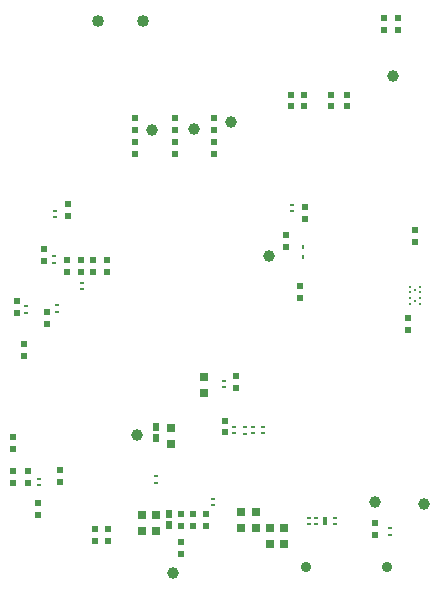
<source format=gbr>
%TF.GenerationSoftware,Altium Limited,Altium Designer,20.1.11 (218)*%
G04 Layer_Color=255*
%FSLAX45Y45*%
%MOMM*%
%TF.SameCoordinates,A720D921-2E1A-4B1E-B03F-C1F3B01285F1*%
%TF.FilePolarity,Positive*%
%TF.FileFunction,Pads,Bot*%
%TF.Part,Single*%
G01*
G75*
%TA.AperFunction,SMDPad,CuDef*%
%ADD15R,0.30000X0.27000*%
%ADD16R,0.50000X0.60000*%
%ADD36R,0.55000X0.60000*%
%TA.AperFunction,ComponentPad*%
%ADD59C,0.90000*%
%ADD60C,1.02000*%
%TA.AperFunction,SMDPad,CuDef*%
%ADD75R,0.80000X0.75000*%
%ADD76C,1.00000*%
%ADD77R,0.40000X0.70000*%
%ADD78R,0.40000X0.25000*%
%TA.AperFunction,BGAPad,CuDef*%
%ADD79C,0.25000*%
%TA.AperFunction,SMDPad,CuDef*%
%ADD80R,0.25000X0.36000*%
%ADD81R,0.50000X0.65000*%
D15*
X1669990Y2458490D02*
D03*
Y2401493D02*
D03*
X4489998Y568500D02*
D03*
Y511498D02*
D03*
X3170001Y1428502D02*
D03*
Y1371499D02*
D03*
X3410002Y1428501D02*
D03*
Y1371498D02*
D03*
X1520008Y931510D02*
D03*
Y988508D02*
D03*
X3800001Y601501D02*
D03*
Y658499D02*
D03*
X4019999Y658501D02*
D03*
Y601498D02*
D03*
X1880006Y2591507D02*
D03*
Y2648510D02*
D03*
X1640000Y2813003D02*
D03*
Y2870000D02*
D03*
X1409993Y2391495D02*
D03*
Y2448493D02*
D03*
X1650010Y3258510D02*
D03*
Y3201507D02*
D03*
X3660000Y3251501D02*
D03*
Y3308499D02*
D03*
X3329998Y1371503D02*
D03*
Y1428500D02*
D03*
X3259997Y1370003D02*
D03*
Y1427000D02*
D03*
X2509999Y1008501D02*
D03*
Y951498D02*
D03*
X2989999Y761498D02*
D03*
Y818501D02*
D03*
X3079999Y1761499D02*
D03*
Y1818502D02*
D03*
D16*
X1989998Y559999D02*
D03*
Y459999D02*
D03*
X4439999Y4789999D02*
D03*
Y4889999D02*
D03*
X4560002Y4789999D02*
D03*
Y4889999D02*
D03*
X4359998Y509999D02*
D03*
Y609999D02*
D03*
X4639999Y2349999D02*
D03*
Y2249999D02*
D03*
X1692502Y1059998D02*
D03*
Y959998D02*
D03*
X1560002Y2830000D02*
D03*
Y2929999D02*
D03*
X1390002Y2129999D02*
D03*
Y2029999D02*
D03*
X1749999Y2840000D02*
D03*
Y2740000D02*
D03*
X1869999Y2839998D02*
D03*
Y2739998D02*
D03*
X1329999Y2390001D02*
D03*
Y2490001D02*
D03*
X1760001Y3309999D02*
D03*
Y3209999D02*
D03*
X1970000Y2740000D02*
D03*
Y2840000D02*
D03*
X1300000Y1240000D02*
D03*
Y1340000D02*
D03*
X1419998Y1050002D02*
D03*
Y950002D02*
D03*
X1300000Y1049998D02*
D03*
Y949998D02*
D03*
X3729998Y2620000D02*
D03*
Y2520001D02*
D03*
X3610004Y3049999D02*
D03*
Y2949999D02*
D03*
X3770002Y3190002D02*
D03*
Y3290002D02*
D03*
X3650000Y4140000D02*
D03*
Y4240000D02*
D03*
X3759999Y4139999D02*
D03*
Y4239999D02*
D03*
X3989996Y4140000D02*
D03*
Y4240000D02*
D03*
X4120002Y4139999D02*
D03*
Y4239999D02*
D03*
D36*
X4700000Y2990002D02*
D03*
Y3090002D02*
D03*
X2090000Y2840000D02*
D03*
Y2740000D02*
D03*
X2329999Y3839999D02*
D03*
Y3740000D02*
D03*
X2669999Y3740001D02*
D03*
Y3840001D02*
D03*
X3000002D02*
D03*
Y3740001D02*
D03*
X1579997Y2300001D02*
D03*
Y2400001D02*
D03*
X2100001Y559999D02*
D03*
Y459999D02*
D03*
X1510002Y779999D02*
D03*
Y679999D02*
D03*
X2999998Y4039999D02*
D03*
Y3939999D02*
D03*
X2669999Y4040000D02*
D03*
Y3940001D02*
D03*
X2329999Y4040000D02*
D03*
Y3940001D02*
D03*
X2720002Y690000D02*
D03*
Y590000D02*
D03*
X2820002Y589999D02*
D03*
Y689999D02*
D03*
X3089999Y1480001D02*
D03*
Y1380001D02*
D03*
X2929998Y589999D02*
D03*
Y689999D02*
D03*
X2720000Y350001D02*
D03*
Y450001D02*
D03*
X3180001Y1759999D02*
D03*
Y1859999D02*
D03*
D59*
X4459999Y240002D02*
D03*
X3780000D02*
D03*
D60*
X2020000Y4860000D02*
D03*
X2401000D02*
D03*
D75*
X3470001Y567502D02*
D03*
Y432501D02*
D03*
X3230001Y572501D02*
D03*
Y707502D02*
D03*
X2389998Y542498D02*
D03*
Y677499D02*
D03*
X3589998Y432502D02*
D03*
Y567503D02*
D03*
X3349999Y707499D02*
D03*
Y572498D02*
D03*
X2910001Y1712501D02*
D03*
Y1847502D02*
D03*
X2510002Y677500D02*
D03*
Y542499D02*
D03*
X2630000Y1417499D02*
D03*
Y1282498D02*
D03*
D76*
X3460000Y2870000D02*
D03*
X4509998Y4399999D02*
D03*
X2824998Y3944999D02*
D03*
X2470001Y3939998D02*
D03*
X3139998Y4010001D02*
D03*
X2650000Y190000D02*
D03*
X2350000Y1360000D02*
D03*
X4360000Y790000D02*
D03*
X4780000Y769998D02*
D03*
D77*
X3934999Y630000D02*
D03*
D78*
X3865002Y607501D02*
D03*
Y652499D02*
D03*
D79*
X4743500Y2464996D02*
D03*
Y2514999D02*
D03*
Y2564996D02*
D03*
Y2614999D02*
D03*
X4700000Y2490000D02*
D03*
Y2590000D02*
D03*
X4656500Y2464996D02*
D03*
Y2514999D02*
D03*
Y2564996D02*
D03*
Y2614999D02*
D03*
D80*
X3750000Y2865997D02*
D03*
Y2950000D02*
D03*
D81*
X2510002Y1427499D02*
D03*
Y1332498D02*
D03*
X2619998Y687499D02*
D03*
Y592498D02*
D03*
%TF.MD5,55521dc9d5df10fd2d37078da9e2c2d2*%
M02*

</source>
